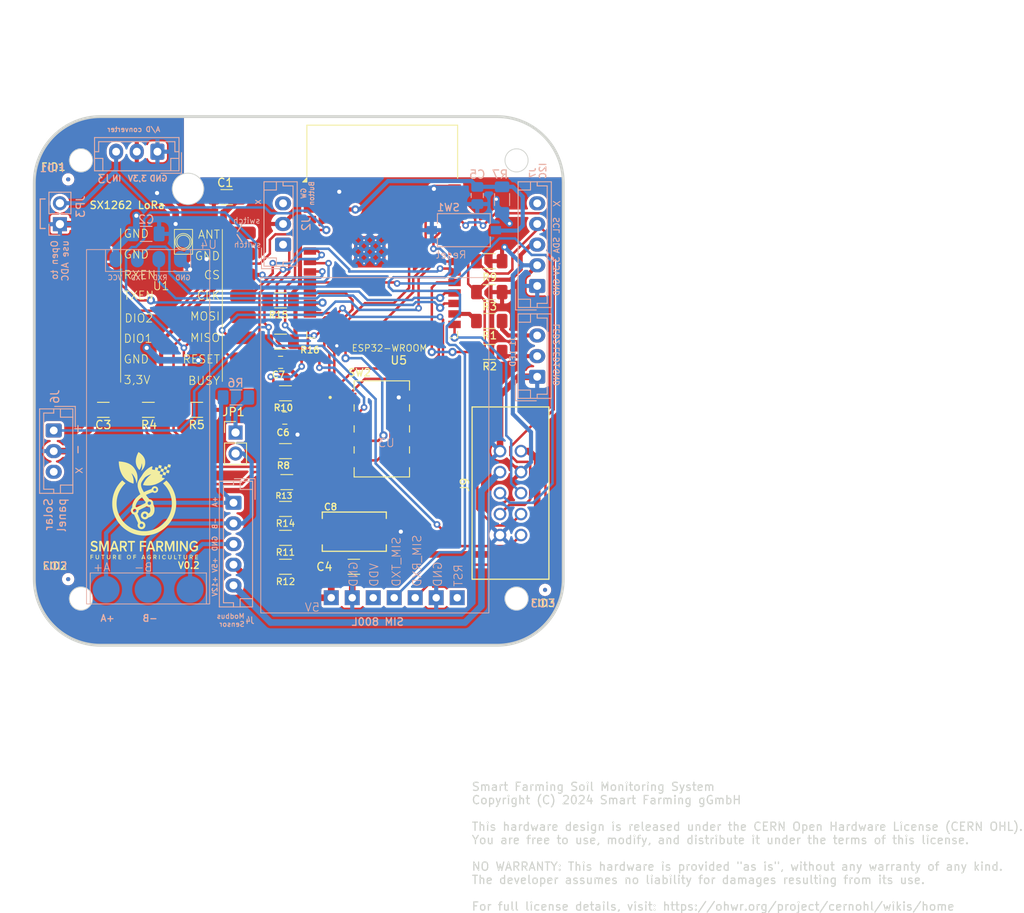
<source format=kicad_pcb>
(kicad_pcb (version 20240108) (generator "pcbnew") (generator_version "8.0")
  (layers (0 "F.Cu" signal) (31 "B.Cu" signal) (34 "B.Paste" user) (35 "F.Paste" user) (36 "B.SilkS" user "B.Silkscreen") (37 "F.SilkS" user "F.Silkscreen") (38 "B.Mask" user) (39 "F.Mask" user) (44 "Edge.Cuts" user))
  (net 0 "")
  (net 1 "+3.3V")
  (net 2 "GND")
  (net 3 "+5V")
  (net 4 "Net-(U5-EN)")
  (net 5 "+12V")
  (net 6 "Net-(JP1-A)")
  (net 7 "Net-(J1-Pin_3)")
  (net 8 "Net-(U5-IO14)")
  (net 9 "Net-(U5-IO5)")
  (net 10 "Net-(J1-Pin_2)")
  (net 11 "Net-(U5-IO12)")
  (net 13 "Net-(U5-IO13)")
  (net 14 "Net-(U5-SENSOR_VP)")
  (net 15 "Net-(U5-IO4)")
  (net 16 "Net-(U5-IO2)")
  (net 17 "Net-(U3-SIM_TXD)")
  (net 18 "Net-(U3-SIM_RXD)")
  (net 20 "Net-(U1-CS)")
  (net 24 "Net-(U1-RESET)")
  (net 27 "Net-(U5-IO34)")
  (net 28 "Net-(U1-RXEN)")
  (net 29 "Net-(U1-DIO1)")
  (net 30 "Net-(U1-CLK)")
  (net 31 "Net-(U1-MOSI)")
  (net 32 "Net-(U1-BUSY)")
  (net 35 "Net-(U1-MISO)")
  (net 36 "Net-(U1-TXEN)")
  (net 37 "Net-(U4-TxD)")
  (net 38 "Net-(U4-RxD)")
  (net 41 "Net-(J2-Pin_1)")
  (net 42 "Net-(U5-IO0)")
  (net 43 "Net-(U5-IO25)")
  (net 45 "Net-(J3-Pin_3)")
  (net 46 "Net-(J4-Pin_2)")
  (net 47 "Net-(J4-Pin_3)")
  (net 48 "Net-(J4-Pin_1)")
  (net 50 "Net-(J6-Pin_1)")
  (net 51 "Net-(J7-Pin_4)")
  (net 52 "Net-(J7-Pin_3)")
  (footprint "Fiducial:Fiducial_0.5mm_Mask1.5mm" (layer "F.Cu") (at 130 140)
    (property "Reference" "FID2")
    (property "Value" "Fiducial")
  )
  (footprint "Resistor_SMD:R_1206_3216Metric_Pad1.30x1.75mm_HandSolder" (layer "F.Cu") (at 156.2875 135)
    (property "Reference" "R11")
    (property "Value" "82k")
  )
  (footprint "Resistor_SMD:R_1206_3216Metric_Pad1.30x1.75mm_HandSolder" (layer "F.Cu") (at 156.2875 124.5)
    (property "Reference" "R8")
    (property "Value" "100k")
  )
  (footprint "Resistor_SMD:R_1206_3216Metric_Pad1.30x1.75mm_HandSolder" (layer "F.Cu") (at 139.7 119.5)
    (property "Reference" "R4")
    (property "Value" "47k")
  )
  (footprint "SmartFarming:Switch-SW_219-4MST" (layer "F.Cu") (at 167.95 121.81)
    (property "Reference" "SW2")
    (property "Value" "SW-219-4MST")
  )
  (footprint "Resistor_SMD:R_1206_3216Metric_Pad1.30x1.75mm_HandSolder" (layer "F.Cu") (at 155.7 106.25)
    (property "Reference" "R15")
    (property "Value" "20k 1%")
  )
  (footprint "Connector_PinHeader_2.54mm:PinHeader_1x02_P2.54mm_Vertical" (layer "F.Cu") (at 150.25 122.25)
    (property "Reference" "JP1")
    (property "Value" "Jumper_2_Bridged")
  )
  (footprint "Resistor_SMD:R_1206_3216Metric_Pad1.30x1.75mm_HandSolder" (layer "F.Cu") (at 180.95 105.25 180)
    (property "Reference" "R3")
    (property "Value" "10k")
  )
  (footprint "Resistor_SMD:R_1206_3216Metric_Pad1.30x1.75mm_HandSolder" (layer "F.Cu") (at 180.95 101.5 180)
    (property "Reference" "R9")
    (property "Value" "10k")
  )
  (footprint "Resistor_SMD:R_1206_3216Metric_Pad1.30x1.75mm_HandSolder" (layer "F.Cu") (at 156.2875 138.5)
    (property "Reference" "R12")
    (property "Value" "82k")
  )
  (footprint "Capacitor_SMD:C_0805_2012Metric_Pad1.18x1.45mm_HandSolder" (layer "F.Cu") (at 155.7 113.75 180)
    (property "Reference" "C7")
    (property "Value" "0.1uF")
  )
  (footprint "SmartFarming:CONN10_302-S101_OST" (layer "F.Cu") (at 184.79 134.66 90)
    (property "Reference" "J9")
    (property "Value" "302-S101")
  )
  (footprint "Resistor_SMD:R_1206_3216Metric_Pad1.30x1.75mm_HandSolder" (layer "F.Cu") (at 180.95 108.75)
    (property "Reference" "R1")
    (property "Value" "150")
  )
  (footprint "Capacitor_SMD:C_1206_3216Metric_Pad1.33x1.80mm_HandSolder" (layer "F.Cu") (at 164.5625 138.5)
    (property "Reference" "C4")
    (property "Value" "100uF")
  )
  (footprint "Resistor_SMD:R_1206_3216Metric_Pad1.30x1.75mm_HandSolder" (layer "F.Cu") (at 156.45 128.25)
    (property "Reference" "R13")
    (property "Value" "82k")
  )
  (footprint "Resistor_SMD:R_1206_3216Metric_Pad1.30x1.75mm_HandSolder" (layer "F.Cu") (at 145.55 119.5 180)
    (property "Reference" "R5")
    (property "Value" "47k")
  )
  (footprint "Resistor_SMD:R_1206_3216Metric_Pad1.30x1.75mm_HandSolder" (layer "F.Cu") (at 180.95 112.5)
    (property "Reference" "R2")
    (property "Value" "150")
  )
  (footprint "SmartFarming:SX1262_LoRa_NODE" (layer "F.Cu") (at 142.45 106.86 90)
    (property "Reference" "U1")
    (property "Value" "CORE1262-868M")
  )
  (footprint "Resistor_SMD:R_1206_3216Metric_Pad1.30x1.75mm_HandSolder" (layer "F.Cu") (at 155.7 111.25 180)
    (property "Reference" "R16")
    (property "Value" "30k 1%")
  )
  (footprint "SmartFarming:TAJD_AVX" (layer "F.Cu") (at 164.6171 134.25)
    (property "Reference" "C8")
    (property "Value" "470uF")
  )
  (footprint "SmartFarming:Logo_Smart_Farming" (layer "F.Cu") (at 139.2 131.1)
    (property "Reference" "G***" (hide yes))
    (property "Value" "LOGO" (hide yes))
  )
  (footprint "Resistor_SMD:R_1206_3216Metric" (layer "F.Cu") (at 156.2875 117.5)
    (property "Reference" "R10")
    (property "Value" "47k")
  )
  (footprint "Fiducial:Fiducial_0.5mm_Mask1.5mm" (layer "F.Cu") (at 130 91.6)
    (property "Reference" "FID1")
    (property "Value" "Fiducial")
  )
  (footprint "Capacitor_SMD:C_0805_2012Metric_Pad1.18x1.45mm_HandSolder" (layer "F.Cu") (at 156.2125 120.5)
    (property "Reference" "C6")
    (property "Value" "0.1uF")
  )
  (footprint "Resistor_SMD:R_1206_3216Metric_Pad1.30x1.75mm_HandSolder" (layer "F.Cu") (at 156.2875 131.5)
    (property "Reference" "R14")
    (property "Value" "82k")
  )
  (footprint "RF_Module:ESP32-WROOM-32D" (layer "F.Cu") (at 168 100.9)
    (property "Reference" "U5")
    (property "Value" "ESP32-WROOM-32E")
  )
  (footprint "Fiducial:Fiducial_0.5mm_Mask1.5mm" (layer "F.Cu") (at 187.7 141.3)
    (property "Reference" "FID3")
    (property "Value" "Fiducial")
  )
  (footprint "Capacitor_SMD:C_1206_3216Metric_Pad1.33x1.80mm_HandSolder" (layer "F.Cu") (at 149.1875 93.75)
    (property "Reference" "C1")
    (property "Value" "10uF X7R Ceramic")
  )
  (footprint "Capacitor_SMD:C_1206_3216Metric_Pad1.33x1.80mm_HandSolder" (layer "F.Cu") (at 134.25 119.5 180)
    (property "Reference" "C3")
    (property "Value" "10uF X7R Ceramic")
  )
  (footprint "Connector_JST:JST_EH_B5B-EH-A_1x05_P2.50mm_Vertical" (layer "B.Cu") (at 150 130.75 -90)
    (property "Reference" "J4")
    (property "Value" "Modbus (Sensor)")
  )
  (footprint "SmartFarming:RS485_To_TTL" (layer "B.Cu") (at 147.37 100.15 180)
    (property "Reference" "U4")
    (property "Value" "TTL to RS485")
  )
  (footprint "Button_Switch_SMD:SW_Tactile_SPST_NO_Straight_CK_PTS636Sx25SMTRLFS" (layer "B.Cu") (at 177.875 97.75 180)
    (property "Reference" "SW1")
    (property "Value" "Reset")
  )
  (footprint "Connector_JST:JST_EH_B3B-EH-A_1x03_P2.50mm_Vertical" (layer "B.Cu") (at 128.25 122 -90)
    (property "Reference" "J6")
    (property "Value" "Solar module" (hide yes))
  )
  (footprint "Fiducial:Fiducial_0.5mm_Mask1.5mm" (layer "B.Cu") (at 130 91.6 180)
    (property "Reference" "FID1")
    (property "Value" "Fiducial")
  )
  (footprint "Resistor_SMD:R_1206_3216Metric_Pad1.30x1.75mm_HandSolder" (layer "B.Cu") (at 150.3 118 180)
    (property "Reference" "R6")
    (property "Value" "120")
  )
  (footprint "Fiducial:Fiducial_0.5mm_Mask1.5mm" (layer "B.Cu") (at 130 140 180)
    (property "Reference" "FID2")
    (property "Value" "Fiducial")
  )
  (footprint "Capacitor_SMD:C_1206_3216Metric_Pad1.33x1.80mm_HandSolder" (layer "B.Cu") (at 139.4375 98.2)
    (property "Reference" "C2")
    (property "Value" "10uF X7R Ceramic")
  )
  (footprint "Resistor_SMD:R_1206_3216Metric_Pad1.30x1.75mm_HandSolder" (layer "B.Cu") (at 182.5 94.05 90)
    (property "Reference" "R7")
    (property "Value" "47k")
  )
  (footprint "Connector_PinHeader_2.54mm:PinHeader_1x02_P2.54mm_Vertical" (layer "B.Cu") (at 129 97.025)
    (property "Reference" "JP3")
    (property "Value" "ADC1_CH3")
  )
  (footprint "Connector_JST:JST_EH_B3B-EH-A_1x03_P2.50mm_Vertical" (layer "B.Cu") (at 156 99.5 90)
    (property "Reference" "J2")
    (property "Value" "Gateway button")
  )
  (footprint "Capacitor_SMD:C_0805_2012Metric_Pad1.18x1.45mm_HandSolder" (layer "B.Cu") (at 179.5 93.55 -90)
    (property "Reference" "C5")
    (property "Value" "1uF")
  )
  (footprint "Connector_JST:JST_EH_B3B-EH-A_1x03_P2.50mm_Vertical" (layer "B.Cu") (at 140.8 88.25 180)
    (property "Reference" "J3")
    (property "Value" "A/D converter")
  )
  (footprint "Fiducial:Fiducial_0.5mm_Mask1.5mm" (layer "B.Cu") (at 187.7 141.3 180)
    (property "Reference" "FID3")
    (property "Value" "Fiducial")
  )
  (footprint "SmartFarming:SIM800L_EVB-MODULE" (layer "B.Cu") (at 166.7 126.79)
    (property "Reference" "U3")
    (property "Value" "SIM800L")
  )
  (footprint "Connector_JST:JST_EH_B3B-EH-A_1x03_P2.50mm_Vertical" (layer "B.Cu") (at 186.75 115.5 90)
    (property "Reference" "J1")
    (property "Value" "LED")
  )
  (footprint "Connector_JST:JST_EH_B5B-EH-A_1x05_P2.50mm_Vertical" (layer "B.Cu") (at 186.75 104.5 90)
    (property "Reference" "J7")
    (property "Value" "I2C")
  )
  (gr_circle (center 131.55 142.35) (end 132.95 142.35) (stroke (width 0.1)) (fill none) (layer "Edge.Cuts"))
  (gr_circle (center 131.55 89.3) (end 132.95 89.3) (stroke (width 0.1)) (fill none) (layer "Edge.Cuts"))
  (gr_circle (center 144.5 92.75) (end 146.4 92.75) (stroke (width 0.1)) (fill none) (layer "Edge.Cuts"))
  (gr_circle (center 184.25 89.3) (end 185.65 89.3) (stroke (width 0.1)) (fill none) (layer "Edge.Cuts"))
  (gr_circle (center 184.25 142.35) (end 185.65 142.35) (stroke (width 0.1)) (fill none) (layer "Edge.Cuts"))
  (gr_poly (pts (xy 182.296698 84.009832) (xy 182.690703 84.039147) (xy 183.081359 84.087673) (xy 183.468012 84.155138) (xy 183.850005 84.241272) (xy 184.226683 84.345801) (xy 184.597389 84.468456) (xy 184.961468 84.608964) (xy 185.318265 84.767053) (xy 185.667124 84.942452) (xy 186.007389 85.134889) (xy 186.338404 85.344094) (xy 186.659514 85.569793) (xy 186.970062 85.811716) (xy 187.269394 86.069591) (xy 187.556853 86.343146) (xy 187.830409 86.630605) (xy 188.088284 86.929937) (xy 188.330207 87.240486) (xy 188.555906 87.561596) (xy 188.765111 87.892612) (xy 188.957548 88.232877) (xy 189.132948 88.581736) (xy 189.291037 88.938533) (xy 189.431545 89.302612) (xy 189.554199 89.673319) (xy 189.658729 90.049996) (xy 189.744862 90.431989) (xy 189.812328 90.818642) (xy 189.860854 91.209299) (xy 189.890168 91.603303) (xy 189.9 92) (xy 189.9 140) (xy 189.890168 140.396698) (xy 189.860854 140.790703) (xy 189.812328 141.181359) (xy 189.744862 141.568012) (xy 189.658729 141.950005) (xy 189.554199 142.326683) (xy 189.431545 142.697389) (xy 189.291037 143.061468) (xy 189.132948 143.418265) (xy 188.957548 143.767124) (xy 188.765111 144.107389) (xy 188.555906 144.438404) (xy 188.330207 144.759514) (xy 188.088284 145.070062) (xy 187.830409 145.369394) (xy 187.556853 145.656853) (xy 187.269394 145.930409) (xy 186.970062 146.188284) (xy 186.659514 146.430207) (xy 186.338404 146.655906) (xy 186.007389 146.865111) (xy 185.667124 147.057548) (xy 185.318265 147.232948) (xy 184.961468 147.391037) (xy 184.597389 147.531545) (xy 184.226683 147.654199) (xy 183.850005 147.758729) (xy 183.468012 147.844862) (xy 183.081359 147.912328) (xy 182.690703 147.960854) (xy 182.296698 147.990168) (xy 181.9 148) (xy 133.9 148) (xy 133.503303 147.990168) (xy 133.109299 147.960854) (xy 132.718642 147.912328) (xy 132.33199 147.844862) (xy 131.949997 147.758729) (xy 131.573319 147.654199) (xy 131.202613 147.531545) (xy 130.838534 147.391037) (xy 130.481737 147.232948) (xy 130.132878 147.057548) (xy 129.792613 146.865111) (xy 129.461598 146.655906) (xy 129.140488 146.430207) (xy 128.829939 146.188284) (xy 128.530607 145.930409) (xy 128.243148 145.656853) (xy 127.969593 145.369394) (xy 127.711718 145.070062) (xy 127.469795 144.759514) (xy 127.244095 144.438404) (xy 127.034891 144.107389) (xy 126.842453 143.767124) (xy 126.667054 143.418265) (xy 126.508965 143.061468) (xy 126.368457 142.697389) (xy 126.245802 142.326683) (xy 126.141272 141.950005) (xy 126.055139 141.568012) (xy 125.987673 141.181359) (xy 125.939147 140.790703) (xy 125.909832 140.396698) (xy 125.9 140) (xy 125.9 92) (xy 125.909832 91.603303) (xy 125.939147 91.209299) (xy 125.987673 90.818642) (xy 126.055138 90.431989) (xy 126.141272 90.049996) (xy 126.245801 89.673319) (xy 126.368456 89.302612) (xy 126.508964 88.938533) (xy 126.667053 88.581736) (xy 126.842452 88.232877) (xy 127.034889 87.892612) (xy 127.244094 87.561596) (xy 127.469793 87.240486) (xy 127.711716 86.929937) (xy 127.969591 86.630605) (xy 128.243146 86.343146) (xy 128.530605 86.069591) (xy 128.829937 85.811716) (xy 129.140486 85.569793) (xy 129.461596 85.344094) (xy 129.792612 85.134889) (xy 130.132877 84.942452) (xy 130.481736 84.767053) (xy 130.838533 84.608964) (xy 131.202612 84.468456) (xy 131.573319 84.345801) (xy 131.949996 84.241272) (xy 132.331989 84.155138) (xy 132.718642 84.087673) (xy 133.109299 84.039147) (xy 133.503303 84.009832) (xy 133.9 84) (xy 181.9 84)) (stroke (width 0.35)) (fill none) (layer "Edge.Cuts"))
  (gr_text "LED1" (at 189.5 111.8 90) (layer "B.SilkS") (effects (font (size 0.7 0.7) (thickness 0.12) (bold yes)) (justify left bottom mirror)))
  (gr_text "+A" (at 148.1 129.9 90) (layer "B.SilkS") (effects (font (size 0.6 0.6) (thickness 0.12) (bold yes)) (justify left bottom mirror)))
  (gr_text "GND" (at 148.1 134.7 90) (layer "B.SilkS") (effects (font (size 0.6 0.6) (thickness 0.12) (bold yes)) (justify left bottom mirror)))
  (gr_text "SCL" (at 189.5 96.1 90) (layer "B.SilkS") (effects (font (size 0.7 0.7) (thickness 0.12) (bold yes)) (justify left bottom mirror)))
  (gr_text "-B" (at 148.1 132.5 90) (layer "B.SilkS") (effects (font (size 0.6 0.6) (thickness 0.12) (bold yes)) (justify left bottom mirror)))
  (gr_text "+5V" (at 148.1 137.3 90) (layer "B.SilkS") (effects (font (size 0.6 0.6) (thickness 0.12) (bold yes)) (justify left bottom mirror)))
  (gr_text "I2C" (at 187.9 89.5 90) (layer "B.SilkS") (effects (font (size 0.8 0.8)) (justify left bottom mirror)))
  (gr_text "-" (at 131.7 123.6 90) (layer "B.SilkS") (effects (font (size 1 1)) (justify left bottom mirror)))
  (gr_text "Reset" (at 178.25 101.25 0) (layer "B.SilkS") (effects (font (size 0.9 0.9) (thickness 0.1)) (justify left bottom mirror)))
  (gr_text "GND" (at 189.5 103.5 90) (layer "B.SilkS") (effects (font (size 0.7 0.7) (thickness 0.12) (bold yes)) (justify left bottom mirror)))
  (gr_text "LED" (at 184.2 112.3 90) (layer "B.SilkS") (effects (font (size 0.7 0.7) (thickness 0.12) (bold yes)) (justify left bottom mirror)))
  (gr_text "Modbus\nSensor" (at 151.4 145.8 0) (layer "B.SilkS") (effects (font (size 0.6 0.6) (thickness 0.11) (bold yes)) (justify left bottom mirror)))
  (gr_text "Solar\npanel" (at 129.8 130.1 90) (layer "B.SilkS") (effects (font (size 1 1)) (justify left bottom mirror)))
  (gr_text "SIM 800L" (at 170.7 145.7 0) (layer "B.SilkS") (effects (font (size 0.9 0.9)) (justify left bottom mirror)))
  (gr_text "-B" (at 140.9 145.2 0) (layer "B.SilkS") (effects (font (size 0.8 0.8)) (justify left bottom mirror)))
  (gr_text "\\" (at 151.1 97.9 0) (layer "B.SilkS") (effects (font (size 0.7 0.7)) (justify left bottom mirror)))
  (gr_text "+A" (at 135.7 145.2 0) (layer "B.SilkS") (effects (font (size 0.8 0.8)) (justify left bottom mirror)))
  (gr_text "A/D converter" (at 141.2 85.9 0) (layer "B.SilkS") (effects (font (size 0.6 0.6) (thickness 0.12) (bold yes)) (justify left bottom mirror)))
  (gr_text "3,3V" (at 139.6 91.9 0) (layer "B.SilkS") (effects (font (size 0.7 0.7)) (justify left bottom mirror)))
  (gr_text "switch" (at 153.39 99.91 0) (layer "B.SilkS") (effects (font (size 0.7 0.7) (thickness 0.1) (bold yes)) (justify left bottom mirror)))
  (gr_text "X" (at 188.6 95 270) (layer "B.SilkS") (effects (font (size 0.8 0.8) (thickness 0.12) (bold yes)) (justify left bottom mirror)))
  (gr_text "GW\nButton" (at 159.8 93.3 90) (layer "B.SilkS") (effects (font (size 0.6 0.6) (thickness 0.12) (bold yes)) (justify bottom mirror)))
  (gr_text "+" (at 131.9 122.3 0) (layer "B.SilkS") (effects (font (size 1 1)) (justify left bottom mirror)))
  (gr_text "GND" (at 189.5 114.399999 90) (layer "B.SilkS") (effects (font (size 0.7 0.7) (thickness 0.12) (bold yes)) (justify left bottom mirror)))
  (gr_text "/" (at 151.2 99.1 0) (layer "B.SilkS") (effects (font (size 0.7 0.7)) (justify left bottom mirror)))
  (gr_text "+12V" (at 148.1 139.6 90) (layer "B.SilkS") (effects (font (size 0.6 0.6) (thickness 0.12) (bold yes)) (justify left bottom mirror)))
  (gr_text "LED2" (at 189.5 109 90) (layer "B.SilkS") (effects (font (size 0.7 0.7) (thickness 0.12) (bold yes)) (justify left bottom mirror)))
  (gr_text "Open to \nuse ADC" (at 130.1 98.9 90) (layer "B.SilkS") (effects (font (size 0.8 0.8) (thickness 0.13)) (justify left bottom mirror)))
  (gr_text "IN" (at 136.5 91.9 0) (layer "B.SilkS") (effects (font (size 0.7 0.7)) (justify left bottom mirror)))
  (gr_text "switch" (at 153.3 97 0) (layer "B.SilkS") (effects (font (size 0.7 0.7) (thickness 0.1) (bold yes)) (justify left bottom mirror)))
  (gr_text "]" (at 127.67 97.025 0) (layer "B.SilkS") (effects (font (size 2.5 2.5)) (justify left bottom mirror)))
  (gr_text "GND" (at 142.1 91.9 0) (layer "B.SilkS") (effects (font (size 0.7 0.7)) (justify left bottom mirror)))
  (gr_text "X" (at 130.8 127.3 270) (layer "B.SilkS") (effects (font (size 0.8 0.8) (thickness 0.12) (bold yes)) (justify left bottom mirror)))
  (gr_text "SDA" (at 189.5 98.5 90) (layer "B.SilkS") (effects (font (size 0.7 0.7) (thickness 0.12) (bold yes)) (justify left bottom mirror)))
  (gr_text "3,3V" (at 189.5 100.9 90) (layer "B.SilkS") (effects (font (size 0.7 0.7) (thickness 0.12) (bold yes)) (justify left bottom mirror)))
  (gr_text "X" (at 152.6 94.7 -90) (layer "B.SilkS") (effects (font (size 0.6 0.6) (thickness 0.12) (bold yes)) (justify left bottom mirror)))
  (gr_text "V0.2" (at 143.2 138.8 0) (layer "F.SilkS") (effects (font (size 0.8 0.8)) (justify left bottom)))
  (gr_text "SX1262 LoRa" (at 132.5 95.25 -0) (layer "F.SilkS") (effects (font (size 0.9 0.9)) (justify left bottom)))
  (gr_text "ESP32-WROOM" (at 164.25 112.5 0) (layer "F.SilkS") (effects (font (size 0.8 0.8) (thickness 0.1)) (justify left bottom)))
  (gr_text "Smart Farming Soil Monitoring System\nCopyright (C) 2024 Smart Farming gGmbH\n\nThis hardware design is released under the CERN Open Hardware License (CERN OHL).\nYou are free to use, modify, and distribute it under the terms of this license.\n\nNO WARRANTY: This hardware is provided {dblquote}as is{dblquote}, without any warranty of any kind.\nThe developer assumes no liability for damages resulting from its use.\n\nFor full license details, visit: https://ohwr.org/project/cernohl/wikis/home\n" (at 178.75 180.2 0) (layer "Edge.Cuts") (effects (font (size 1 1)) (justify left bottom)))
  (segment (start 186.75 102) (end 183.5 105.25) (width 0.5) (layer "F.Cu") (net 1))
  (segment (start 158.08 93.92) (end 157.75 94.25) (width 0.5) (layer "F.Cu") (net 1))
  (segment (start 158.62 93.92) (end 159.25 93.92) (width 0.3) (layer "F.Cu") (net 1))
  (segment (start 159.25 93.92) (end 158.08 93.92) (width 0.5) (layer "F.Cu") (net 1))
  (segment (start 157.75 94.25) (end 157.75 95.25) (width 0.5) (layer "F.Cu") (net 1))
  (segment (start 183.5 105.25) (end 182.5 105.25) (width 0.5) (layer "F.Cu") (net 1))
  (segment (start 157.75 95.25) (end 156 97) (width 0.5) (layer "F.Cu") (net 1))
  (via (at 138.25 96) (size 1) (drill 0.5) (layers "F.Cu" "B.Cu") (net 1))
  (via (at 145.75 113.5) (size 1) (drill 0.5) (layers "F.Cu" "B.Cu") (net 1))
  (via (at 183.4 96.95) (size 0.8) (drill 0.4) (layers "F.Cu" "B.Cu") (net 1))
  (via (at 139.5 112) (size 1) (drill 0.5) (layers "F.Cu" "B.Cu") (net 1))
  (via (at 181.8 94) (size 0.8) (drill 0.4) (layers "F.Cu" "B.Cu") (net 1))
  (via (at 182.8 99.8) (size 0.8) (drill 0.4) (layers "F.Cu" "B.Cu") (net 1))
  (segment (start 137.75 98) (end 137.875 98) (width 0.8) (layer "B.Cu") (net 1))
  (segment (start 181.8 94) (end 181.8 94.9) (width 0.8) (layer "B.Cu") (net 1))
  (segment (start 141 113.5) (end 145.75 113.5) (width 0.8) (layer "B.Cu") (net 1))
  (segment (start 183.8 120) (end 183.8 103.2) (width 0.5) (layer "B.Cu") (net 1))
  (segment (start 181.8 94.9) (end 182.5 95.6) (width 0.8) (layer "B.Cu") (net 1))
  (segment (start 139.5 112) (end 141 113.5) (width 0.8) (layer "B.Cu") (net 1))
  (segment (start 186.002 125.828) (end 186.002 123.997973) (width 0.5) (layer "B.Cu") (net 1))
  (segment (start 186 122.2) (end 183.8 120) (width 0.5) (layer "B.Cu") (net 1))
  (segment (start 135.77 99.98) (end 137.75 98) (width 0.8) (layer "B.Cu") (net 1))
  (segment (start 138.25 97.625) (end 138.25 96) (width 0.8) (layer "B.Cu") (net 1))
  (segment (start 182.5 96.05) (end 182.5 95.6) (width 0.8) (layer "B.Cu") (net 1))
  (segment (start 137.875 98) (end 138.25 97.625) (width 0.8) (layer "B.Cu") (net 1))
  (segment (start 183.4 96.95) (end 182.5 96.05) (width 0.8) (layer "B.Cu") (net 1))
  (segment (start 135.77 101.25) (end 135.77 99.98) (width 0.8) (layer "B.Cu") (net 1))
  (segment (start 184.79 127.04) (end 186.002 125.828) (width 0.5) (layer "B.Cu") (net 1))
  (segment (start 182.8 99.8) (end 185 102) (width 0.5) (layer "B.Cu") (net 1))
  (segment (start 185 102) (end 186.75 102) (width 0.5) (layer "B.Cu") (net 1))
  (segment (start 186 123.995973) (end 186 122.2) (width 0.5) (layer "B.Cu") (net 1))
  (segment (start 183.8 103.2) (end 185 102) (width 0.5) (layer "B.Cu") (net 1))
  (segment (start 156.5 118.75) (end 157.25 119.5) (width 0.8) (layer "F.Cu") (net 2))
  (segment (start 148.9 95.6) (end 148.8 95.6) (width 0.8) (layer "F.Cu") (net 2))
  (segment (start 154.15 111.25) (end 154.15 113.2375) (width 0.8) (layer "F.Cu") (net 2))
  (segment (start 131.63 113.37) (end 130.5 114.5) (width 0.8) (layer "F.Cu") (net 2))
  (segment (start 172.25 125.62) (end 172.25 118) (width 0.8) (layer "F.Cu") (net 2))
  (segment (start 140.75 93.25) (end 143 95.5) (width 0.8) (layer "F.Cu") (net 2))
  (segment (start 166.125 138.5) (end 164.37 140.255) (width 0.8) (layer "F.Cu") (net 2))
  (segment (start 176.75 92.65) (end 174.35 92.65) (width 0.8) (layer "F.Cu") (net 2))
  (segment (start 157.25 120.5) (end 157.25 120.925) (width 0.8) (layer "F.Cu") (net 2))
  (segment (start 184.5 115.5) (end 182.25 117.75) (width 0.8) (layer "F.Cu") (net 2))
  (segment (start 167.5 134.25) (end 170.25 134.25) (width 0.8) (layer "F.Cu") (net 2))
  (segment (start 133.75 98.13) (end 133.75 100.67) (width 0.8) (layer "F.Cu") (net 2))
  (segment (start 150.75 93.75) (end 148.9 95.6) (width 0.8) (layer "F.Cu") (net 2))
  (segment (start 129 97.025) (end 132.645 97.025) (width 0.8) (layer "F.Cu") (net 2))
  (segment (start 130 124.5) (end 128.25 124.5) (width 0.8) (layer "F.Cu") (net 2))
  (segment (start 172.25 118) (end 170 118) (width 0.8) (layer "F.Cu") (net 2))
  (segment (start 146.75 101.25) (end 146 101.25) (width 0.8) (layer "F.Cu") (net 2))
  (segment (start 148.82 100.62) (end 151.15 100.62) (width 0.8) (layer "F.Cu") (net 2))
  (segment (start 154.6625 113.75) (end 156.5 115.5875) (width 0.8) (layer "F.Cu") (net 2))
  (segment (start 148.8 99) (end 150.42 100.62) (width 0.8) (layer "F.Cu") (net 2))
  (segment (start 150.42 100.62) (end 151.15 100.62) (width 0.8) (layer "F.Cu") (net 2))
  (segment (start 157.75 124.4125) (end 157.8375 124.5) (width 0.8) (layer "F.Cu") (net 2))
  (segment (start 132.6875 119.5) (end 132.6875 121.8125) (width 0.8) (layer "F.Cu") (net 2))
  (segment (start 157.75 121.425) (end 157.75 122.5) (width 0.8) (layer "F.Cu") (net 2))
  (segment (start 174.35 92.65) (end 174.25 92.75) (width 0.8) (layer "F.Cu") (net 2))
  (segment (start 154.15 113.2375) (end 154.6625 113.75) (width 0.8) (layer "F.Cu") (net 2))
  (segment (start 132.645 97.025) (end 133.75 98.13) (width 0.8) (layer "F.Cu") (net 2))
  (segment (start 143 97) (end 143 95.5) (width 0.8) (layer "F.Cu") (net 2))
  (segment (start 130.5 117.3125) (end 132.6875 119.5) (width 0.8) (layer "F.Cu") (net 2))
  (segment (start 130.5 114.5) (end 130.5 117.3125) (width 0.8) (layer "F.Cu") (net 2))
  (segment (start 164.37 140.255) (end 164.37 142.25) (width 0.8) (layer "F.Cu") (net 2))
  (segment (start 186.75 115.5) (end 184.5 115.5) (width 0.8) (layer "F.Cu") (net 2))
  (segment (start 157.25 120.925) (end 157.75 121.425) (width 0.8) (layer "F.Cu") (net 2))
  (segment (start 146 101.25) (end 144.75 102.5) (width 0.8) (layer "F.Cu") (net 2))
  (segment (start 133.75 113.37) (end 131.63 113.37) (width 0.8) (layer "F.Cu") (net 2))
  (segment (start 157.25 119.5) (end 157.25 120.5) (width 0.8) (layer "F.Cu") (net 2))
  (segment (start 157.75 122.5) (end 157.75 124.4125) (width 0.8) (layer "F.Cu") (net 2))
  (segment (start 148.19 101.25) (end 148.82 100.62) (width 0.8) (layer "F.Cu") (net 2))
  (segment (start 148.8 95.6) (end 148.8 99) (width 0.8) (layer "F.Cu") (net 2))
  (segment (start 159.25 92.65) (end 159.2 92.6) (width 0.8) (layer "F.Cu") (net 2))
  (segment (start 162.8 93.1) (end 162.35 92.65) (width 0.8) (layer "F.Cu") (net 2))
  (segment (start 162.35 92.65) (end 159.25 92.65) (width 0.8) (layer "F.Cu") (net 2))
  (segment (start 132.6875 121.8125) (end 130 124.5) (width 0.8) (layer "F.Cu") (net 2))
  (segment (start 162.29 111.54) (end 162.5 111.75) (width 0.5) (layer "F.Cu") (net 2))
  (segment (start 159.2 92.6) (end 151.9 92.6) (width 0.8) (layer "F.Cu") (net 2))
  (segment (start 146.75 101.25) (end 148.19 101.25) (width 0.8) (layer "F.Cu") (net 2))
  (segment (start 151.9 92.6) (end 150.75 93.75) (width 0.8) (layer "F.Cu") (net 2))
  (segment (start 182.25 117.75) (end 182.25 124.5) (width 0.8) (layer "F.Cu") (net 2))
  (segment (start 156.5 115.5875) (end 156.5 118.75) (width 0.8) (layer "F.Cu") (net 2))
  (segment (start 162.29 110.41) (end 162.29 111.54) (width 0.5) (layer "F.Cu") (net 2))
  (via (at 144.75 102.5) (size 1) (drill 0.5) (layers "F.Cu" "B.Cu") (net 2))
  (via (at 143 97) (size 1) (drill 0.5) (layers "F.Cu" "B.Cu") (net 2))
  (via (at 146.75 101.25) (size 1) (drill 0.5) (layers "F.Cu" "B.Cu") (net 2))
  (via (at 162.8 93.1) (size 1) (drill 0.5) (layers "F.Cu" "B.Cu") (net 2))
  (via (at 170 118) (size 1) (drill 0.5) (layers "F.Cu" "B.Cu") (net 2))
  (via (at 170.25 134.25) (size 1) (drill 0.5) (layers "F.Cu" "B.Cu") (net 2))
  (via (at 140.75 93.25) (size 1) (drill 0.5) (layers "F.Cu" "B.Cu") (net 2))
  (via (at 162.5 111.75) (size 0.8) (drill 0.4) (layers "F.Cu" "B.Cu") (net 2))
  (via (at 157.75 122.5) (size 1) (drill 0.5) (layers "F.Cu" "B.Cu") (net 2))
  (via (at 174.25 92.75) (size 1) (drill 0.5) (layers "F.Cu" "B.Cu") (net 2))
  (segment (start 143.57 101.32) (end 144.75 102.5) (width 0.8) (layer "B.Cu") (net 2))
  (segment (start 143.57 101.82) (end 143.57 101.32) (width 0.8) (layer "B.Cu") (net 2))
  (segment (start 161.7342 134.25) (end 161.701914 134.25) (width 0.8) (layer "F.Cu") (net 3))
  (segment (start 154 142.25) (end 161.83 142.25) (width 0.8) (layer "F.Cu") (net 3))
  (segment (start 186.75 135.85) (end 186.75 125.5) (width 0.8) (layer "F.Cu") (net 3))
  (segment (start 185.75 124.5) (end 184.79 124.5) (width 0.8) (layer "F.Cu") (net 3))
  (segment (start 161.83 138.83) (end 161.83 142.25) (width 0.8) (layer "F.Cu") (net 3))
  (segment (start 160.5214 136.612786) (end 160.908614 137) (width 0.8) (layer "F.Cu") (net 3))
  (segment (start 150 138.25) (end 154 142.25) (width 0.8) (layer "F.Cu") (net 3))
  (segment (start 161.701914 134.25) (end 160.5214 135.430514) (width 0.8) (layer "F.Cu") (net 3))
  (segment (start 160.5214 137.5214) (end 161.83 138.83) (width 0.8) (layer "F.Cu") (net 3))
  (segment (start 160.5214 135.430514) (end 160.5214 137.5214) (width 0.8) (layer "F.Cu") (net 3))
  (segment (start 185.6 137) (end 186.75 135.85) (width 0.8) (layer "F.Cu") (net 3))
  (segment (start 160.5214 135.430514) (end 160.5214 136.612786) (width 0.8) (layer "F.Cu") (net 3))
  (segment (start 160.908614 137) (end 185.6 137) (width 0.8) (layer "F.Cu") (net 3))
  (segment (start 186.75 125.5) (end 185.75 124.5) (width 0.8) (layer "F.Cu") (net 3))
  (segment (start 161.83 142.25) (end 161.83 139.67) (width 0.8) (layer "F.Cu") (net 3))
  (segment (start 161.83 139.67) (end 163 138.5) (width 0.8) (layer "F.Cu") (net 3))
  (segment (start 159.31 95.25) (end 159.25 95.19) (width 0.5) (layer "F.Cu") (net 4))
  (segment (start 159.31 95.25) (end 164.75 95.25) (width 0.5) (layer "F.Cu") (net 4))
  (via (at 164.75 95.25) (size 1) (drill 0.5) (layers "F.Cu" "B.Cu") (net 4))
  (segment (start 182.5 92.5) (end 183.8 92.5) (width 0.5) (layer "B.Cu") (net 4))
  (segment (start 185 93.7) (end 185 97.2) (width 0.5) (layer "B.Cu") (net 4))
  (segment (start 179.5125 92.5) (end 179.5 92.5125) (width 0.5) (layer "B.Cu") (net 4))
  (segment (start 183.8 92.5) (end 185 93.7) (width 0.5) (layer "B.Cu") (net 4))
  (segment (start 182.5 92.5) (end 179.5125 92.5) (width 0.5) (layer "B.Cu") (net 4))
  (segment (start 164.75 95.25) (end 165.25 95.25) (width 0.5) (layer "B.Cu") (net 4))
  (segment (start 184.4 97.8) (end 181.8 97.8) (width 0.5) (layer "B.Cu") (net 4))
  (segment (start 168.7 91.8) (end 178.7875 91.8) (width 0.5) (layer "B.Cu") (net 4))
  (segment (start 181.8 97.8) (end 181.75 97.75) (width 0.5) (layer "B.Cu") (net 4))
  (segment (start 178.7875 91.8) (end 179.5 92.5125) (width 0.5) (layer "B.Cu") (net 4))
  (segment (start 165.25 95.25) (end 168.7 91.8) (width 0.5) (layer "B.Cu") (net 4))
  (segment (start 185 97.2) (end 184.4 97.8) (width 0.5) (layer "B.Cu") (net 4))
  (segment (start 182.25 127.04) (end 180 129.29) (width 0.8) (layer "B.Cu") (net 5))
  (segment (start 178 145.25) (end 154.5 145.25) (width 0.8) (layer "B.Cu") (net 5))
  (segment (start 154.5 145.25) (end 150 140.75) (width 0.8) (layer "B.Cu") (net 5))
  (segment (start 180 143.25) (end 178 145.25) (width 0.8) (layer "B.Cu") (net 5))
  (segment (start 180 129.29) (end 180 143.25) (width 0.8) (layer "B.Cu") (net 5))
  (segment (start 150.25 122.25) (end 150.25 119.6) (width 0.5) (layer "B.Cu") (net 6))
  (segment (start 150.25 119.6) (end 151.85 118) (width 0.5) (layer "B.Cu") (net 6))
  (segment (start 183.25 110.5) (end 182.5 109.75) (width 0.5) (layer "F.Cu") (net 7))
  (segment (start 186.75 110.5) (end 183.25 110.5) (width 0.5) (layer "F.Cu") (net 7))
  (segment (start 182.5 109.75) (end 182.5 108.75) (width 0.5) (layer "F.Cu") (net 7))
  (segment (start 157.8375 136.9125) (end 157.8375 138.5) (width 0.3) (layer "F.Cu") (net 8))
  (segment (start 169.75 116.25) (end 172.207106 116.25) (width 0.3) (layer "F.Cu") (net 8))
  (segment (start 159.34 107.8) (end 159.25 107.89) (width 0.3) (layer "F.Cu") (net 8))
  (segment (start 172.207106 116.25) (end 175.35 113.107106) (width 0.3) (layer "F.Cu") (net 8))
  (segment (start 159.25 133.85) (end 159.25 136.25) (width 0.3) (layer "F.Cu") (net 8))
  (segment (start 175.35 108.6) (end 175 108.25) (width 0.3) (layer "F.Cu") (net 8))
  (segment (start 163.65 125.62) (end 163.65 127.557106) (width 0.3) (layer "F.Cu") (net 8))
  (segment (start 163.2 107.2) (end 162.6 107.8) (width 0.3) (layer "F.Cu") (net 8))
  (segment (start 167.38 125.62) (end 169 124) (width 0.3) (layer "F.Cu") (net 8))
  (segment (start 169 117) (end 169.75 116.25) (width 0.3) (layer "F.Cu") (net 8))
  (segment (start 169 124) (end 169 117) (width 0.3) (layer "F.Cu") (net 8))
  (segment (start 159.75 131.457106) (end 159.75 133.35) (width 0.3) (layer "F.Cu") (net 8))
  (segment (start 162.6 107.8) (end 159.34 107.8) (width 0.3) (layer "F.Cu") (net 8))
  (segment (start 158.75 136.75) (end 158 136.75) (width 0.3) (layer "F.Cu") (net 8))
  (segment (start 158 136.75) (end 157.8375 136.9125) (width 0.3) (layer "F.Cu") (net 8))
  (segment (start 175.35 113.107106) (end 175.35 108.6) (width 0.3) (layer "F.Cu") (net 8))
  (segment (start 163.65 125.62) (end 167.38 125.62) (width 0.3) (layer "F.Cu") (net 8))
  (segment (start 159.75 133.35) (end 159.25 133.85) (width 0.3) (layer "F.Cu") (net 8))
  (segment (start 163.65 127.557106) (end 159.75 131.457106) (width 0.3) (layer "F.Cu") (net 8))
  (segment (start 159.25 136.25) (end 158.75 136.75) (width 0.3) (layer "F.Cu") (net 8))
  (via (at 163.2 107.2) (size 0.8) (drill 0.4) (layers "F.Cu" "B.Cu") (net 8))
  (via (at 175 108.25) (size 0.8) (drill 0.4) (layers "F.Cu" "B.Cu") (net 8))
  (segment (start 164.25 108.25) (end 175 108.25) (width 0.3) (layer "B.Cu") (net 8))
  (segment (start 163.2 107.2) (end 164.25 108.25) (width 0.3) (layer "B.Cu") (net 8))
  (segment (start 163.65 118) (end 162.75 118) (width 0.3) (layer "F.Cu") (net 9))
  (segment (start 162.75 118) (end 160.5 120.25) (width 0.3) (layer "F.Cu") (net 9))
  (segment (start 160.5 126) (end 158.5 128) (width 0.3) (layer "F.Cu") (net 9))
  (segment (start 160.5 120.25) (end 160.5 126) (width 0.3) (layer "F.Cu") (net 9))
  (segment (start 163.65 118) (end 165.9 115.75) (width 0.3) (layer "F.Cu") (net 9))
  (segment (start 174.85 109.64) (end 174 108.79) (width 0.3) (layer "F.Cu") (net 9))
  (segment (start 174 108.79) (end 174 104.7) (width 0.3) (layer "F.Cu") (net 9))
  (segment (start 165.9 115.75) (end 172 115.75) (width 0.3) (layer "F.Cu") (net 9))
  (segment (start 174.62 104.08) (end 176.75 104.08) (width 0.3) (layer "F.Cu") (net 9))
  (segment (start 174 104.7) (end 174.62 104.08) (width 0.3) (layer "F.Cu") (net 9))
  (segment (start 174.85 112.9) (end 174.85 109.64) (width 0.3) (layer "F.Cu") (net 9))
  (segment (start 172 115.75) (end 174.85 112.9) (width 0.3) (layer "F.Cu") (net 9))
  (segment (start 158.5 128) (end 157.8375 128) (width 0.3) (layer "F.Cu") (net 9))
  (segment (start 183 113) (end 182.5 112.5) (width 0.5) (layer "F.Cu") (net 10))
  (segment (start 186.75 113) (end 183 113) (width 0.5) (layer "F.Cu") (net 10))
  (segment (start 160.4 114.4) (end 160.4 113.551472) (width 0.3) (layer "F.Cu") (net 11))
  (segment (start 161 121.5) (end 161 128.3375) (width 0.3) (layer "F.Cu") (net 11))
  (segment (start 164.46 120.54) (end 165.8 119.2) (width 0.3) (layer "F.Cu") (net 11))
  (segment (start 163.65 120.54) (end 164.46 120.54) (width 0.3) (layer "F.Cu") (net 11))
  (segment (start 161 128.3375) (end 157.8375 131.5) (width 0.3) (layer "F.Cu") (net 11))
  (segment (start 159 112.151472) (end 159 109.41) (width 0.3) (layer "F.Cu") (net 11))
  (segment (start 160.4 113.551472) (end 159 112.151472) (width 0.3) (layer "F.Cu") (net 11))
  (segment (start 161.96 120.54) (end 161 121.5) (width 0.3) (layer "F.Cu") (net 11))
  (segment (start 163.65 120.54) (end 161.96 120.54) (width 0.3) (layer "F.Cu") (net 11))
  (segment (start 159 109.41) (end 159.25 109.16) (width 0.3) (layer "F.Cu") (net 11))
  (via (at 160.4 114.4) (size 0.8) (drill 0.4) (layers "F.Cu" "B.Cu") (net 11))
  (via (at 165.8 119.2) (size 0.8) (drill 0.4) (layers "F.Cu" "B.Cu") (net 11))
  (segment (start 162.2 114.4) (end 165.8 118) (width 0.3) (layer "B.Cu") (net 11))
  (segment (start 160.4 114.4) (end 162.2 114.4) (width 0.3) (layer "B.Cu") (net 11))
  (segment (start 165.8 118) (end 165.8 119.2) (width 0.3) (layer "B.Cu") (net 11))
  (segment (start 159.25 133) (end 157.8375 134.4125) (width 0.3) (layer "F.Cu") (net 13))
  (segment (start 161.75 128.5) (end 159.25 131) (width 0.3) (layer "F.Cu") (net 13))
  (segment (start 162.42 123.08) (end 161.75 123.75) (width 0.3) (layer "F.Cu") (net 13))
  (segment (start 163.82 123.25) (end 163.65 123.08) (width 0.3) (layer "F.Cu") (net 13))
  (segment (start 167.5 123.25) (end 163.82 123.25) (width 0.3) (layer "F.Cu") (net 13))
  (segment (start 157.8375 134.4125) (end 157.8375 135) (width 0.3) (layer "F.Cu") (net 13))
  (segment (start 163.56 113.25) (end 163.56 110.41) (width 0.3) (layer "F.Cu") (net 13))
  (segment (start 168.15 122.6) (end 167.5 123.25) (width 0.3) (layer "F.Cu") (net 13))
  (segment (start 159.25 131) (end 159.25 133) (width 0.3) (layer "F.Cu") (net 13))
  (segment (start 161.75 123.75) (end 161.75 128.5) (width 0.3) (layer "F.Cu") (net 13))
  (segment (start 163.65 123.08) (end 162.42 123.08) (width 0.3) (layer "F.Cu") (net 13))
  (via (at 168.15 122.6) (size 1) (drill 0.5) (layers "F.Cu" "B.Cu") (net 13))
  (via (at 163.56 113.25) (size 1) (drill 0.5) (layers "F.Cu" "B.Cu") (net 13))
  (segment (start 168 115.75) (end 165.5 113.25) (width 0.3) (layer "B.Cu") (net 13))
  (segment (start 168 122.45) (end 168 115.75) (width 0.3) (layer "B.Cu") (net 13))
  (segment (start 168.15 122.6) (end 168 122.45) (width 0.3) (layer "B.Cu") (net 13))
  (segment (start 165.5 113.25) (end 163.56 113.25) (width 0.3) (layer "B.Cu") (net 13))
  (segment (start 157.25 111.25) (end 159.380025 113.380025) (width 0.5) (layer "F.Cu") (net 14))
  (segment (start 158.05 104.45) (end 157.25 105.25) (width 0.5) (layer "F.Cu") (net 14))
  (segment (start 159.25 96.46) (end 158.42 96.46) (width 0.5) (layer "F.Cu") (net 14))
  (segment (start 156.7375 114.475) (end 156.7375 113.75) (width 0.5) (layer "F.Cu") (net 14))
  (segment (start 158.42 96.46) (end 158.05 96.83) (width 0.5) (layer "F.Cu") (net 14))
  (segment (start 158.05 96.83) (end 158.05 104.45) (width 0.5) (layer "F.Cu") (net 14))
  (segment (start 159.380025 114.880025) (end 158.660049 115.600001) (width 0.5) (layer "F.Cu") (net 14))
  (segment (start 157.5 106.5) (end 157.5 111) (width 0.5) (layer "F.Cu") (net 14))
  (segment (start 157.25 106.25) (end 157.5 106.5) (width 0.5) (layer "F.Cu") (net 14))
  (segment (start 159.380025 113.380025) (end 159.380025 114.880025) (width 0.5) (layer "F.Cu") (net 14))
  (segment (start 157.8625 115.6) (end 156.7375 114.475) (width 0.5) (layer "F.Cu") (net 14))
  (segment (start 158.660049 115.600001) (end 157.8625 115.6) (width 0.5) (layer "F.Cu") (net 14))
  (segment (start 157.5 111) (end 157.25 111.25) (width 0.5) (layer "F.Cu") (net 14))
  (segment (start 157.25 105.25) (end 157.25 106.25) (width 0.5) (layer "F.Cu") (net 14))
  (segment (start 179.4 108.75) (end 178.54 107.89) (width 0.5) (layer "F.Cu") (net 15))
  (segment (start 178.54 107.89) (end 176.75 107.89) (width 0.5) (layer "F.Cu") (net 15))
  (segment (start 174 112.5) (end 174 110.69) (width 0.3) (layer "F.Cu") (net 16))
  (segment (start 174 110.69) (end 173.72 110.41) (width 0.3) (layer "F.Cu") (net 16))
  (segment (start 179.4 112.5) (end 176.5 112.5) (width 0.3) (layer "F.Cu") (net 16))
  (via (at 174 112.5) (size 1) (drill 0.5) (layers "F.Cu" "B.Cu") (net 16))
  (via (at 176.5 112.5) (size 1) (drill 0.5) (layers "F.Cu" "B.Cu") (net 16))
  (segment (start 176.5 112.5) (end 174 112.5) (width 0.3) (layer "B.Cu") (net 16))
  (segment (start 174.2 98.8) (end 175.27 97.73) (width 0.3) (layer "F.Cu") (net 17))
  (segment (start 175.27 97.73) (end 176.75 97.73) (width 0.3) (layer "F.Cu") (net 17))
  (segment (start 174.2 100) (end 174.2 98.8) (width 0.3) (layer "F.Cu") (net 17))
  (via (at 174.2 100) (size 0.8) (drill 0.4) (layers "F.Cu" "B.Cu") (net 17))
  (segment (start 168.8 104.6) (end 168.8 104) (width 0.3) (layer "B.Cu") (net 17))
  (segment (start 176.2 101.2) (end 175 100) (width 0.3) (layer "B.Cu") (net 17))
  (segment (start 175.55 103.45) (end 176.2 102.8) (width 0.3) (layer "B.Cu") (net 17))
  (segment (start 168.8 104) (end 169.35 103.45) (width 0.3) (layer "B.Cu") (net 17))
  (segment (start 176.2 102.8) (end 176.2 101.2) (width 0.3) (layer "B.Cu") (net 17))
  (segment (start 176.852082 111.65) (end 176.148959 111.65) (width 0.3) (layer "B.Cu") (net 17))
  (segment (start 175 100) (end 174.2 100) (width 0.3) (layer "B.Cu") (net 17))
  (segment (start 177.4 107.8) (end 177.4 105.552076) (width 0.3) (layer "B.Cu") (net 17))
  (segment (start 169.45 142.25) (end 174.95 136.75) (width 0.3) (layer "B.Cu") (net 17))
  (segment (start 175.8 109.4) (end 177.4 107.8) (width 0.3) (layer "B.Cu") (net 17))
  (segment (start 169.35 103.45) (end 175.55 103.45) (width 0.3) (layer "B.Cu") (net 17))
  (segment (start 174.95 136.75) (end 177.560661 136.75) (width 0.3) (layer "B.Cu") (net 17))
  (segment (start 177.4 105.552076) (end 176.946878 105.098954) (width 0.3) (layer "B.Cu") (net 17))
  (segment (start 176.946878 105.098954) (end 169.298954 105.098954) (width 0.3) (layer "B.Cu") (net 17))
  (segment (start 177.560661 136.75) (end 178 136.310661) (width 0.3) (layer "B.Cu") (net 17))
  (segment (start 169.298954 105.098954) (end 168.8 104.6) (width 0.3) (layer "B.Cu") (net 17))
  (segment (start 175.8 111.301041) (end 175.8 109.4) (width 0.3) (layer "B.Cu") (net 17))
  (segment (start 178 112.797918) (end 176.852082 111.65) (width 0.3) (layer "B.Cu") (net 17))
  (segment (start 176.148959 111.65) (end 175.8 111.301041) (width 0.3) (layer "B.Cu") (net 17))
  (segment (start 178 136.310661) (end 178 112.797918) (width 0.3) (layer "B.Cu") (net 17))
  (segment (start 177.38 96.46) (end 176.75 96.46) (width 0.3) (layer "F.Cu") (net 18))
  (segment (start 187.75 136.81066) (end 186.31066 138.25) (width 0.3) (layer "F.Cu") (net 18))
  (segment (start 177.85 96.93) (end 177.38 96.46) (width 0.3) (layer "F.Cu") (net 18))
  (segment (start 188.75 119.457106) (end 187.75 120.457106) (width 0.3) (layer "F.Cu") (net 18))
  (segment (start 178.092466 97.185205) (end 177.85 97.185205) (width 0.3) (layer "F.Cu") (net 18))
  (segment (start 188.75 96.95) (end 188.75 119.457106) (width 0.3) (layer "F.Cu") (net 18))
  (segment (start 187.5 95.7) (end 188.75 96.95) (width 0.3) (layer "F.Cu") (net 18))
  (segment (start 187.75 120.457106) (end 187.75 136.81066) (width 0.3) (layer "F.Cu") (net 18))
  (segment (start 181.7 95.7) (end 187.5 95.7) (width 0.3) (layer "F.Cu") (net 18))
  (segment (start 177.85 97.185205) (end 177.85 96.93) (width 0.3) (layer "F.Cu") (net 18))
  (segment (start 186.31066 138.25) (end 175.99 138.25) (width 0.3) (layer "F.Cu") (net 18))
  (segment (start 180.2 97.2) (end 181.7 95.7) (width 0.3) (layer "F.Cu") (net 18))
  (segment (start 175.99 138.25) (end 171.99 142.25) (width 0.3) (layer "F.Cu") (net 18))
  (via (at 180.2 97.2) (size 0.8) (drill 0.4) (layers "F.Cu" "B.Cu") (net 18))
  (via (at 178.092466 97.185205) (size 0.8) (drill 0.4) (layers "F.Cu" "B.Cu") (net 18))
  (segment (start 178.477671 96.8) (end 178.092466 97.185205) (width 0.3) (layer "B.Cu") (net 18))
  (segment (start 179.8 96.8) (end 178.477671 96.8) (width 0.3) (layer "B.Cu") (net 18))
  (segment (start 180.2 97.2) (end 179.8 96.8) (width 0.3) (layer "B.Cu") (net 18))
  (segment (start 159.31 102.75) (end 159.25 102.81) (width 0.3) (layer "F.Cu") (net 20))
  (segment (start 149.34 103.16) (end 151.15 103.16) (width 0.5) (layer "F.Cu") (net 20))
  (segment (start 141.25 111.25) (end 149.34 103.16) (width 0.5) (layer "F.Cu") (net 20))
  (segment (start 153.5 103.16) (end 151.15 103.16) (width 0.5) (layer "F.Cu") (net 20))
  (segment (start 141.25 119.5) (end 141.25 111.25) (width 0.5) (layer "F.Cu") (net 20))
  (segment (start 160.75 102.75) (end 159.31 102.75) (width 0.3) (layer "F.Cu") (net 20))
  (via (at 153.5 103.16) (size 0.8) (drill 0.4) (layers "F.Cu" "B.Cu") (net 20))
  (via (at 160.75 102.75) (size 0.8) (drill 0.4) (layers "F.Cu" "B.Cu") (net 20))
  (segment (start 160.75 103.25) (end 160.5 103.5) (width 0.3) (layer "B.Cu") (net 20))
  (segment (start 160.75 102.75) (end 160.75 103.25) (width 0.3) (layer "B.Cu") (net 20))
  (segment (start 160.5 103.5) (end 153.84 103.5) (width 0.3) (layer "B.Cu") (net 20))
  (segment (start 153.84 103.5) (end 153.5 103.16) (width 0.3) (layer "B.Cu") (net 20))
  (segment (start 161.5 101.75) (end 159.46 101.75) (width 0.3) (layer "F.Cu") (net 24))
  (segment (start 147 110.5) (end 149.82 113.32) (width 0.3) (layer "F.Cu") (net 24))
  (segment (start 144 119.5) (end 144 112) (width 0.3) (layer "F.Cu") (net 24))
  (segment (start 149.82 113.32) (end 151.15 113.32) (width 0.3) (layer "F.Cu") (net 24))
  (segment (start 145.5 110.5) (end 147 110.5) (width 0.3) (layer "F.Cu") (net 24))
  (segment (start 159.46 101.75) (end 159.25 101.54) (width 0.3) (layer "F.Cu") (net 24))
  (segment (start 144 112) (end 145.5 110.5) (width 0.3) (layer "F.Cu") (net 24))
  (via (at 144 112) (size 0.8) (drill 0.4) (layers "F.Cu" "B.Cu") (net 24))
  (via (at 161.5 101.75) (size 0.8) (drill 0.4) (layers "F.Cu" "B.Cu") (net 24))
  (segment (start 144 112) (end 137 105) (width 0.3) (layer "B.Cu") (net 24))
  (segment (start 161.5 103.5) (end 161.5 101.75) (width 0.3) (layer "B.Cu") (net 24))
  (segment (start 161 104) (end 161.5 103.5) (width 0.3) (layer "B.Cu") (net 24))
  (segment (start 152.75 99.35) (end 152.75 103.470661) (width 0.3) (layer "B.Cu") (net 24))
  (segment (start 137 105) (end 137 100.5) (width 0.3) (layer "B.Cu") (net 24))
  (segment (start 149 95.6) (end 152.75 99.35) (width 0.3) (layer "B.Cu") (net 24))
  (segment (start 137 100.5) (end 137.7 99.8) (width 0.3) (layer "B.Cu") (net 24))
  (segment (start 139.2 98.8) (end 139.2 96.4) (width 0.3) (layer "B.Cu") (net 24))
  (segment (start 153.279339 104) (end 161 104) (width 0.3) (layer "B.Cu") (net 24))
  (segment (start 137.7 99.8) (end 138.2 99.8) (width 0.3) (layer "B.Cu") (net 24))
  (segment (start 152.75 103.470661) (end 153.279339 104) (width 0.3) (layer "B.Cu") (net 24))
  (segment (start 139.2 96.4) (end 140 95.6) (width 0.3) (layer "B.Cu") (net 24))
  (segment (start 138.2 99.8) (end 139.2 98.8) (width 0.3) (layer "B.Cu") (net 24))
  (segment (start 140 95.6) (end 149 95.6) (width 0.3) (layer "B.Cu") (net 24))
  (segment (start 161.6 115.4) (end 159.5 117.5) (width 0.3) (layer "F.Cu") (net 27))
  (segment (start 155.25 123.9875) (end 154.7375 124.5) (width 0.3) (layer "F.Cu") (net 27))
  (segment (start 162.25 99) (end 163.75 97.5) (width 0.3) (layer "F.Cu") (net 27))
  (segment (start 171.25 104.75) (end 169.405331 106.594669) (width 0.3) (layer "F.Cu") (net 27))
  (segment (start 158.525 125.725) (end 159 125.25) (width 0.3) (layer "F.Cu") (net 27))
  (segment (start 169.405331 106.594669) (end 165.905331 106.594669) (width 0.3) (layer "F.Cu") (net 27))
  (segment (start 165.905331 106.594669) (end 163.69 108.81) (width 0.3) (layer "F.Cu") (net 27))
  (segment (start 159 125.25) (end 159 118.75) (width 0.3) (layer "F.Cu") (net 27))
  (segment (start 161.282893 108.81) (end 160.99 109.102893) (width 0.3) (layer "F.Cu") (net 27))
  (segment (start 155.9625 125.725) (end 158.525 125.725) (width 0.3) (layer "F.Cu") (net 27))
  (segment (start 159 118.75) (end 157.75 117.5) (width 0.3) (layer "F.Cu") (net 27))
  (segment (start 159.25 99) (end 162.25 99) (width 0.3) (layer "F.Cu") (net 27))
  (segment (start 154.7375 124.5) (end 155.9625 125.725) (width 0.3) (layer "F.Cu") (net 27))
  (segment (start 160.99 112.007768) (end 161.6 112.617767) (width 0.3) (layer "F.Cu") (net 27))
  (segment (start 155.25 121) (end 155.25 123.9875) (width 0.3) (layer "F.Cu") (net 27))
  (segment (start 163.69 108.81) (end 161.282893 108.81) (width 0.3) (layer "F.Cu") (net 27))
  (segment (start 163.75 97.5) (end 169 97.5) (width 0.3) (layer "F.Cu") (net 27))
  (segment (start 160.99 109.102893) (end 160.99 112.007768) (width 0.3) (layer "F.Cu") (net 27))
  (segment (start 159.5 117.5) (end 157.75 117.5) (width 0.3) (layer "F.Cu") (net 27))
  (segment (start 161.6 112.617767) (end 161.6 115.4) (width 0.3) (layer "F.Cu") (net 27))
  (segment (start 169 97.5) (end 171.25 99.75) (width 0.3) (layer "F.Cu") (net 27))
  (segment (start 171.25 99.75) (end 171.25 104.75) (width 0.3) (layer "F.Cu") (net 27))
  (segment (start 160.68 106.62) (end 159.25 106.62) (width 0.3) (layer "F.Cu") (net 28))
  (segment (start 135.3 103.21) (end 133.75 103.21) (width 0.3) (layer "F.Cu") (net 28))
  (segment (start 160.775 106.525) (end 160.68 106.62) (width 0.3) (layer "F.Cu") (net 28))
  (segment (start 140 106.25) (end 138.34 106.25) (width 0.3) (layer "F.Cu") (net 28))
  (segment (start 138.34 106.25) (end 135.3 103.21) (width 0.3) (layer "F.Cu") (net 28))
  (via (at 140 106.25) (size 1) (drill 0.5) (layers "F.Cu" "B.Cu") (net 28))
  (via (at 160.775 106.525) (size 1) (drill 0.5) (layers "F.Cu" "B.Cu") (net 28))
  (segment (start 140.25 106.5) (end 140 106.25) (width 0.3) (layer "B.Cu") (net 28))
  (segment (start 160.75 106.5) (end 140.25 106.5) (width 0.3) (layer "B.Cu") (net 28))
  (segment (start 160.775 106.525) (end 160.75 106.5) (width 0.3) (layer "B.Cu") (net 28))
  (segment (start 171.375 114.5) (end 172.45 113.425) (width 0.3) (layer "F.Cu") (net 29))
  (segment (start 172.45 113.425) (end 172.45 110.41) (width 0.3) (layer "F.Cu") (net 29))
  (segment (start 136.5 114.75) (end 139.5 117.75) (width 0.3) (layer "F.Cu") (net 29))
  (segment (start 139.5 122.25) (end 145.75 128.5) (width 0.3) (layer "F.Cu") (net 29))
  (segment (start 160 119.25) (end 164.75 114.5) (width 0.3) (layer "F.Cu") (net 29))
  (segment (start 135.83 110.83) (end 136.5 111.5) (width 0.3) (layer "F.Cu") (net 29))
  (segment (start 164.75 114.5) (end 171.375 114.5) (width 0.3) (layer "F.Cu") (net 29))
  (segment (start 145.75 128.5) (end 151 128.5) (width 0.3) (layer "F.Cu") (net 29))
  (segment (start 152.475 127.025) (end 158.725 127.025) (width 0.3) (layer "F.Cu") (net 29))
  (segment (start 151 128.5) (end 152.475 127.025) (width 0.3) (layer "F.Cu") (net 29))
  (segment (start 136.5 111.5) (end 136.5 114.75) (width 0.3) (layer "F.Cu") (net 29))
  (segment (start 160 125.75) (end 160 119.25) (width 0.3) (layer "F.Cu") (net 29))
  (segment (start 133.75 110.83) (end 135.83 110.83) (width 0.3) (layer "F.Cu") (net 29))
  (segment (start 139.5 117.75) (end 139.5 122.25) (width 0.3) (layer "F.Cu") (net 29))
  (segment (start 158.725 127.025) (end 160 125.75) (width 0.3) (layer "F.Cu") (net 29))
  (segment (start 152.020661 105.7) (end 154.75 102.970661) (width 0.3) (layer "F.Cu") (net 30))
  (segment (start 151.15 105.7) (end 152.020661 105.7) (width 0.3) (layer "F.Cu") (net 30))
  (segment (start 176.34 102.4) (end 176.75 102.81) (width 0.3) (layer "F.Cu") (net 30))
  (segment (start 175 102.4) (end 176.34 102.4) (width 0.3) (layer "F.Cu") (net 30))
  (segment (start 154.75 102.970661) (end 154.75 101.75) (width 0.3) (layer "F.Cu") (net 30))
  (via (at 154.75 101.75) (size 0.8) (drill 0.4) (layers "F.Cu" "B.Cu") (net 30))
  (via (at 175 102.4) (size 0.8) (drill 0.4) (layers "F.Cu" "B.Cu") (net 30))
  (segment (start 161.5 100) (end 158.542893 100) (width 0.3) (layer "B.Cu") (net 30))
  (segment (start 174.65 102.75) (end 164 102.75) (width 0.3) (layer "B.Cu") (net 30))
  (segment (start 164 102.5) (end 161.5 100) (width 0.3) (layer "B.Cu") (net 30))
  (segment (start 158.542893 100) (end 156.792894 101.75) (width 0.3) (layer "B.Cu") (net 30))
  (segment (start 164 102.75) (end 164 102.5) (width 0.3) (layer "B.Cu") (net 30))
  (segment (start 175 102.4) (end 174.65 102.75) (width 0.3) (layer "B.Cu") (net 30))
  (segment (start 156.792894 101.75) (end 154.75 101.75) (width 0.3) (layer "B.Cu") (net 30))
  (segment (start 171.75 105.25) (end 171.75 103.542894) (width 0.3) (layer "F.Cu") (net 31))
  (segment (start 159.5 125.5) (end 159.5 118.5) (width 0.3) (layer "F.Cu") (net 31))
  (segment (start 167.69 109.31) (end 171.75 105.25) (width 0.3) (layer "F.Cu") (net 31))
  (segment (start 159.5 118.5) (end 162.2 115.8) (width 0.3) (layer "F.Cu") (net 31))
  (segment (start 158.6 126.4) (end 159.5 125.5) (width 0.3) (layer "F.Cu") (net 31))
  (segment (start 171.75 103.542894) (end 173.25 102.042894) (width 0.3) (layer "F.Cu") (net 31))
  (segment (start 162.2 115.8) (end 162.2 112.510661) (width 0.3) (layer "F.Cu") (net 31))
  (segment (start 142.75 122) (end 147.15 126.4) (width 0.3) (layer "F.Cu") (net 31))
  (segment (start 173.25 95.5) (end 174.83 93.92) (width 0.3) (layer "F.Cu") (net 31))
  (segment (start 173.25 102.042894) (end 173.25 95.5) (width 0.3) (layer "F.Cu") (net 31))
  (segment (start 151.15 108.24) (end 146.26 108.24) (width 0.3) (layer "F.Cu") (net 31))
  (segment (start 162.2 112.510661) (end 161.49 111.800661) (width 0.3) (layer "F.Cu") (net 31))
  (segment (start 147.15 126.4) (end 158.6 126.4) (width 0.3) (layer "F.Cu") (net 31))
  (segment (start 174.83 93.92) (end 176.75 93.92) (width 0.3) (layer "F.Cu") (net 31))
  (segment (start 142.75 111.75) (end 142.75 122) (width 0.3) (layer "F.Cu") (net 31))
  (segment (start 161.49 109.31) (end 167.69 109.31) (width 0.3) (layer "F.Cu") (net 31))
  (segment (start 146.26 108.24) (end 142.75 111.75) (width 0.3) (layer "F.Cu") (net 31))
  (segment (start 161.49 111.800661) (end 161.49 109.31) (width 0.3) (layer "F.Cu") (net 31))
  (segment (start 160.67 100.75) (end 160.19 100.27) (width 0.3) (layer "F.Cu") (net 32))
  (segment (start 153.15 115.41) (end 152.7 115.86) (width 0.3) (layer "F.Cu") (net 32))
  (segment (start 152.7 115.86) (end 151.15 115.86) (width 0.3) (layer "F.Cu") (net 32))
  (segment (start 156 102.5) (end 153.15 105.35) (width 0.3) (layer "F.Cu") (net 32))
  (segment (start 153.15 105.35) (end 153.15 115.41) (width 0.3) (layer "F.Cu") (net 32))
  (segment (start 160.19 100.27) (end 159.25 100.27) (width 0.3) (layer "F.Cu") (net 32))
  (via (at 160.67 100.75) (size 0.8) (drill 0.4) (layers "F.Cu" "B.Cu") (net 32))
  (via (at 156 102.5) (size 0.8) (drill 0.4) (layers "F.Cu" "B.Cu") (net 32))
  (segment (start 160.17 101.25) (end 160.67 100.75) (width 0.3) (layer "B.Cu") (net 32))
  (segment (start 156.75 102.5) (end 158 101.25) (width 0.3) (layer "B.Cu") (net 32))
  (segment (start 156 102.5) (end 156.75 102.5) (width 0.3) (layer "B.Cu") (net 32))
  (segment (start 158 101.25) (end 160.17 101.25) (width 0.3) (layer "B.Cu") (net 32))
  (segment (start 174.46 101.54) (end 176.75 101.54) (width 0.3) (layer "F.Cu") (net 35))
  (segment (start 149.53 110.78) (end 151.15 110.78) (width 0.3) (layer "F.Cu") (net 35))
  (segment (start 172.4 107.2) (end 172.4 103.6) (width 0.3) (layer "F.Cu") (net 35))
  (segment (start 172.4 103.6) (end 174.46 101.54) (width 0.3) (layer "F.Cu") (net 35))
  (segment (start 148.625 109.875) (end 149.53 110.78) (width 0.3) (layer "F.Cu") (net 35))
  (via (at 172.4 107.2) (size 0.8) (drill 0.4) (layers "F.Cu" "B.Cu") (net 35))
  (via (at 148.625 109.875) (size 0.8) (drill 0.4) (layers "F.Cu" "B.Cu") (net 35))
  (segment (start 172.4 107.2) (end 172.2 107.4) (width 0.3) (layer "B.Cu") (net 35))
  (segment (start 150.5 108) (end 148.625 109.875) (width 0.3) (layer "B.Cu") (net 35))
  (segment (start 162.35 106.4) (end 160.75 108) (width 0.3) (layer "B.Cu") (net 35))
  (segment (start 165.2 107.4) (end 164.2 106.4) (width 0.3) (layer "B.Cu") (net 35))
  (segment (start 164.2 106.4) (end 162.35 106.4) (width 0.3) (layer "B.Cu") (net 35))
  (segment (start 172.2 107.4) (end 165.2 107.4) (width 0.3) (layer "B.Cu") (net 35))
  (segment (start 160.75 108) (end 150.5 108) (width 0.3) (layer "B.Cu") (net 35))
  (segment (start 159.75 110.5) (end 160 110.5) (width 0.3) (layer "F.Cu") (net 36))
  (segment (start 156.25 104.75) (end 156.25 109.25) (width 0.3) (layer "F.Cu") (net 36))
  (segment (start 161.075787 108.31) (end 163.44 108.31) (width 0.3) (layer "F.Cu") (net 36))
  (segment (start 155.069544 98.25) (end 157.25 98.25) (width 0.3) (layer "F.Cu") (net 36))
  (segment (start 133.75 105.75) (end 136.25 105.75) (width 0.3) (layer "F.Cu") (net 36))
  (segment (start 143.151472 107.5) (end 148.851472 101.8) (width 0.3) (layer "F.Cu") (net 36))
  (segment (start 160 110.5) (end 160.49 110.01) (width 0.3) (layer "F.Cu") (net 36))
  (segment (start 157.45 98.45) (end 157.45 103.55) (width 0.3) (layer "F.Cu") (net 36))
  (segment (start 160.49 110.01) (end 160.49 108.895787) (width 0.3) (layer "F.Cu") (net 36))
  (segment (start 154.4 98.919544) (end 155.069544 98.25) (width 0.3) (layer "F.Cu") (net 36))
  (segment (start 164.4 106.2) (end 163.55 105.35) (width 0.3) (layer "F.Cu") (net 36))
  (segment (start 138 107.5) (end 143.151472 107.5) (width 0.3) (layer "F.Cu") (net 36))
  (segment (start 148.851472 101.8) (end 153.2 101.8) (width 0.3) (layer "F.Cu") (net 36))
  (segment (start 164.4 107.35) (end 164.4 106.2) (width 0.3) (layer "F.Cu") (net 36))
  (segment (start 157.25 98.25) (end 157.45 98.45) (width 0.3) (layer "F.Cu") (net 36))
  (segment (start 157.45 103.55) (end 156.25 104.75) (width 0.3) (layer "F.Cu") (net 36))
  (segment (start 136.25 105.75) (end 138 107.5) (width 0.3) (layer "F.Cu") (net 36))
  (segment (start 153.2 101.8) (end 154.4 100.6) (width 0.3) (layer "F.Cu") (net 36))
  (segment (start 154.4 100.6) (end 154.4 98.919544) (width 0.3) (layer "F.Cu") (net 36))
  (segment (start 160.49 108.895787) (end 161.075787 108.31) (width 0.3) (layer "F.Cu") (net 36))
  (segment (start 163.44 108.31) (end 164.4 107.35) (width 0.3) (layer "F.Cu") (net 36))
  (segment (start 163.55 105.35) (end 159.25 105.35) (width 0.3) (layer "F.Cu") (net 36))
  (via (at 159.75 110.5) (size 0.8) (drill 0.4) (layers "F.Cu" "B.Cu") (net 36))
  (via (at 156.25 109.25) (size 0.8) (drill 0.4) (layers "F.Cu" "B.Cu") (net 36))
  (segment (start 156.25 109.25) (end 157.5 110.5) (width 0.3) (layer "B.Cu") (net 36))
  (segment (start 157.5 110.5) (end 159.75 110.5) (width 0.3) (layer "B.Cu") (net 36))
  (segment (start 175.599994 105.35) (end 176.75 105.35) (width 0.3) (layer "F.Cu") (net 37))
  (segment (start 175.00104 105.948954) (end 175.599994 105.35) (width 0.3) (layer "F.Cu") (net 37))
  (via (at 175.00104 105.948954) (size 1) (drill 0.5) (layers "F.Cu" "B.Cu") (net 37))
  (segment (start 142.25 103) (end 142.25 100.25) (width 0.3) (layer "B.Cu") (net 37))
  (segment (start 171.883278 105.948954) (end 171.632232 106.2) (width 0.3) (layer "B.Cu") (net 37))
  (segment (start 160.215811 105.175) (end 159.990811 105.4) (width 0.3) (layer "B.Cu") (net 37))
  (segment (start 166.2 106.2) (end 165.175 105.175) (width 0.3) (layer "B.Cu") (net 37))
  (segment (start 175.00104 105.948954) (end 171.883278 105.948954) (width 0.3) (layer "B.Cu") (net 37))
  (segment (start 171.632232 106.2) (end 166.2 106.2) (width 0.3) (layer "B.Cu") (net 37))
  (segment (start 142.25 100.25) (end 141.75 99.75) (width 0.3) (layer "B.Cu") (net 37))
  (segment (start 141.75 99.75) (end 139.87 99.75) (width 0.3) (layer "B.Cu") (net 37))
  (segment (start 144.65 105.4) (end 142.25 103) (width 0.3) (layer "B.Cu") (net 37))
  (segment (start 165.175 105.175) (end 160.215811 105.175) (width 0.3) (layer "B.Cu") (net 37))
  (segment (start 159.990811 105.4) (end 144.65 105.4) (width 0.3) (layer "B.Cu") (net 37))
  (segment (start 139.87 99.75) (end 138.37 101.25) (width 0.3) (layer "B.Cu") (net 37))
  (segment (start 175.529997 106.62) (end 176.75 106.62) (width 0.3) (layer "F.Cu") (net 38))
  (segment (start 175 107.149997) (end 175.529997 106.62) (width 0.3) (layer "F.Cu") (net 38))
  (via (at 175 107.149997) (size 1) (drill 0.5) (layers "F.Cu" "B.Cu") (net 38))
  (segment (start 140.97 103.97) (end 140.97 101.25) (width 0.3) (layer "B.Cu") (net 38))
  (segment (start 165.6 106.8) (end 164.475 105.675) (width 0.3) (layer "B.Cu") (net 38))
  (segment (start 174.300003 106.45) (end 172.089339 106.45) (width 0.3) (layer "B.Cu") (net 38))
  (segment (start 175 107.149997) (end 174.300003 106.45) (width 0.3) (layer "B.Cu") (net 38))
  (segment (start 160.422918 105.675) (end 160.097918 106) (width 0.3) (layer "B.Cu") (net 38))
  (segment (start 171.739339 106.8) (end 165.6 106.8) (width 0.3) (layer "B.Cu") (net 38))
  (segment (start 164.475 105.675) (end 160.422918 105.675) (width 0.3) (layer "B.Cu") (net 38))
  (segment (start 160.097918 106) (end 143 106) (width 0.3) (layer "B.Cu") (net 38))
  (segment (start 172.089339 106.45) (end 171.739339 106.8) (width 0.3) (layer "B.Cu") (net 38))
  (segment (start 143 106) (end 140.97 103.97) (width 0.3) (layer "B.Cu") (net 38))
  (segment (start 158.25 114.25) (end 158.25 113.594544) (width 0.3) (layer "F.Cu") (net 41))
  (segment (start 156.75 102.810661) (end 156.75 100.25) (width 0.3) (layer "F.Cu") (net 41))
  (segment (start 158.25 113.594544) (end 157.130456 112.475) (width 0.3) (layer "F.Cu") (net 41))
  (segment (start 157.130456 112.475) (end 156.534772 112.475) (width 0.3) (layer "F.Cu") (net 41))
  (segment (start 155.25 104.310661) (end 156.75 102.810661) (width 0.3) (layer "F.Cu") (net 41))
  (segment (start 155.25 111.190228) (end 155.25 104.310661) (width 0.3) (layer "F.Cu") (net 41))
  (segment (start 154.825 115.825) (end 154.825 117.5) (width 0.3) (layer "F.Cu") (net 41))
  (segment (start 156.75 100.25) (end 156 99.5) (width 0.3) (layer "F.Cu") (net 41))
  (segment (start 156.534772 112.475) (end 155.25 111.190228) (width 0.3) (layer "F.Cu") (net 41))
  (segment (start 154.5 115.5) (end 154.825 115.825) (width 0.3) (layer "F.Cu") (net 41))
  (via (at 154.5 115.5) (size 0.8) (drill 0.4) (layers "F.Cu" "B.Cu") (net 41))
  (via (at 158.25 114.25) (size 0.8) (drill 0.4) (layers "F.Cu" "B.Cu") (net 41))
  (segment (start 158.25 114.25) (end 157 115.5) (width 0.3) (layer "B.Cu") (net 41))
  (segment (start 157 115.5) (end 154.5 115.5) (width 0.3) (layer "B.Cu") (net 41))
  (segment (start 176.75 109.16) (end 176.75 110.75) (width 0.3) (layer "F.Cu") (net 42))
  (via (at 176.75 110.75) (size 1) (drill 0.5) (layers "F.Cu" "B.Cu") (net 42))
  (segment (start 183.6 128.39) (end 184.79 129.58) (width 0.3) (layer "B.Cu") (net 42))
  (segment (start 183 113.75) (end 183 122.6) (width 0.3) (layer "B.Cu") (net 42))
  (segment (start 180 110.75) (end 183 113.75) (width 0.3) (layer "B.Cu") (net 42))
  (segment (start 176.75 110.75) (end 180 110.75) (width 0.3) (layer "B.Cu") (net 42))
  (segment (start 183.6 123.2) (end 183.6 128.39) (width 0.3) (layer "B.Cu") (net 42))
  (segment (start 183 122.6) (end 183.6 123.2) (width 0.3) (layer "B.Cu") (net 42))
  (segment (start 169.68 104.08) (end 159.25 104.08) (width 0.3) (layer "F.Cu") (net 43))
  (segment (start 169.8 104.2) (end 169.68 104.08) (width 0.3) (layer "F.Cu") (net 43))
  (via (at 169.8 104.2) (size 0.8) (drill 0.4) (layers "F.Cu" "B.Cu") (net 43))
  (segment (start 182.189339 98.75) (end 184.077944 98.75) (width 0.3) (layer "B.Cu") (net 43))
  (segment (start 187.75 100.75) (end 188.6 101.6) (width 0.3) (layer "B.Cu") (net 43))
  (segment (start 176.739339 104.2) (end 182.189339 98.75) (width 0.3) (layer "B.Cu") (net 43))
  (segment (start 186.25 130.75) (end 183.42 130.75) (width 0.3) (layer "B.Cu") (net 43))
  (segment (start 183.42 130.75) (end 182.25 129.58) (width 0.3) (layer "B.Cu") (net 43))
  (segment (start 188.6 101.6) (end 188.6 128.4) (width 0.3) (layer "B.Cu") (net 43))
  (segment (start 188.6 128.4) (end 186.25 130.75) (width 0.3) (layer "B.Cu") (net 43))
  (segment (start 186.077944 100.75) (end 187.75 100.75) (width 0.3) (layer "B.Cu") (net 43))
  (segment (start 184.077944 98.75) (end 186.077944 100.75) (width 0.3) (layer "B.Cu") (net 43))
  (segment (start 169.8 104.2) (end 176.739339 104.2) (width 0.3) (layer "B.Cu") (net 43))
  (segment (start 159.25 97.73) (end 161.23 97.73) (width 0.3) (layer "F.Cu") (net 45))
  (via (at 161.23 97.73) (size 1) (drill 0.5) (layers "F.Cu" "B.Cu") (net 45))
  (segment (start 157.1 95.7) (end 157.4 95.4) (width 0.3) (layer "B.Cu") (net 45))
  (segment (start 131.765 94.485) (end 129 94.485) (width 0.5) (layer "B.Cu") (net 45))
  (segment (start 135.8 90.8) (end 140 95) (width 0.3) (layer "B.Cu") (net 45))
  (segment (start 157.4 95.4) (end 158.9 95.4) (width 0.3) (layer "B.Cu") (net 45))
  (segment (start 135.8 88.25) (end 135.8 90.45) (width 0.5) (layer "B.Cu") (net 45))
  (segment (start 153.8 95) (end 154.5 95.7) (width 0.3) (layer "B.Cu") (net 45))
  (segment (start 158.9 95.4) (end 161.23 97.73) (width 0.3) (layer "B.Cu") (net 45))
  (segment (start 140 95) (end 153.8 95) (width 0.3) (layer "B.Cu") (net 45))
  (segment (start 135.8 90.45) (end 131.765 94.485) (width 0.5) (layer "B.Cu") (net 45))
  (segment (start 135.8 88.25) (end 135.8 90.8) (width 0.3) (layer "B.Cu") (net 45))
  (segment (start 154.5 95.7) (end 157.1 95.7) (width 0.3) (layer "B.Cu") (net 45))
  (segment (start 151.15 133.25) (end 152.2 132.2) (width 0.5) (layer "B.Cu") (net 46))
  (segment (start 151.19 124.79) (end 150.25 124.79) (width 0.5) (layer "B.Cu") (net 46))
  (segment (start 150 133.25) (end 151.15 133.25) (width 0.5) (layer "B.Cu") (net 46))
  (segment (start 152.2 125.8) (end 151.19 124.79) (width 0.5) (layer "B.Cu") (net 46))
  (segment (start 152.2 132.2) (end 152.2 125.8) (width 0.5) (layer "B.Cu") (net 46))
  (segment (start 141.75 133.25) (end 139.67 135.33) (width 0.5) (layer "B.Cu") (net 46))
  (segment (start 150 133.25) (end 141.75 133.25) (width 0.5) (layer "B.Cu") (net 46))
  (segment (start 139.67 135.33) (end 139.67 141.25) (width 0.5) (layer "B.Cu") (net 46))
  (segment (start 146.25 135.75) (end 144.75 137.25) (width 0.5) (layer "B.Cu") (net 47))
  (segment (start 150 135.75) (end 146.25 135.75) (width 0.5) (layer "B.Cu") (net 47))
  (segment (start 144.75 137.25) (end 144.75 141.25) (width 0.5) (layer "B.Cu") (net 47))
  (segment (start 150 130.75) (end 138.25 130.75) (width 0.5) (layer "B.Cu") (net 48))
  (segment (start 134.59 134.41) (end 134.59 141.25) (width 0.5) (layer "B.Cu") (net 48))
  (segment (start 138.25 130.75) (end 134.59 134.41) (width 0.5) (layer "B.Cu") (net 48))
  (segment (start 148.5 129.25) (end 148.5 118.25) (width 0.5) (layer "B.Cu") (net 48))
  (segment (start 150 130.75) (end 148.5 129.25) (width 0.5) (layer "B.Cu") (net 48))
  (segment (start 148.5 118.25) (end 148.75 118) (width 0.5) (layer "B.Cu") (net 48))
  (segment (start 153.75 109) (end 153.75 106.65) (width 0.3) (layer "F.Cu") (net 50))
  (segment (start 177.25 136) (end 183.45 136) (width 0.3) (layer "F.Cu") (net 50))
  (segment (start 183.45 136) (end 184.79 134.66) (width 0.3) (layer "F.Cu") (net 50))
  (segment (start 153.75 106.65) (end 154.15 106.25) (width 0.3) (layer "F.Cu") (net 50))
  (segment (start 154.25 109.5) (end 153.75 109) (width 0.3) (layer "F.Cu") (net 50))
  (segment (start 174.625 133.375) (end 177.25 136) (width 0.3) (layer "F.Cu") (net 50))
  (via (at 154.25 109.5) (size 0.8) (drill 0.4) (layers "F.Cu" "B.Cu") (net 50))
  (via (at 174.625 133.375) (size 0.8) (drill 0.4) (layers "F.Cu" "B.Cu") (net 50))
  (segment (start 154.25 110.75) (end 154.25 109.5) (width 0.3) (layer "B.Cu") (net 50))
  (segment (start 143.5 122) (end 128.25 122) (width 0.3) (layer "B.Cu") (net 50))
  (segment (start 167.2 126) (end 167.2 118.2) (width 0.3) (layer "B.Cu") (net 50))
  (segment (start 145.25 117.25) (end 145.25 120.25) (width 0.3) (layer "B.Cu") (net 50))
  (segment (start 167.2 118.2) (end 160.75 111.75) (width 0.3) (layer "B.Cu") (net 50))
  (segment (start 174.625 133.375) (end 174.575 133.375) (width 0.3) (layer "B.Cu") (net 50))
  (segment (start 153 109.5) (end 145.25 117.25) (width 0.3) (layer "B.Cu") (net 50))
  (segment (start 145.25 120.25) (end 143.5 122) (width 0.3) (layer "B.Cu") (net 50))
  (segment (start 160.75 111.75) (end 155.25 111.75) (width 0.3) (layer "B.Cu") (net 50))
  (segment (start 155.25 111.75) (end 154.25 110.75) (width 0.3) (layer "B.Cu") (net 50))
  (segment (start 174.575 133.375) (end 167.2 126) (width 0.3) (layer "B.Cu") (net 50))
  (segment (start 154.25 109.5) (end 153 109.5) (width 0.3) (layer "B.Cu") (net 50))
  (segment (start 183.75 102.5) (end 183.25 103) (width 0.3) (layer "F.Cu") (net 51))
  (segment (start 179.25 96.38) (end 179.25 101.35) (width 0.3) (layer "F.Cu") (net 51))
  (segment (start 188.25 119.25) (end 183.5 124) (width 0.3) (layer "F.Cu") (net 51))
  (segment (start 184.3 125.8) (end 185.6 125.8) (width 0.3) (layer "F.Cu") (net 51))
  (segment (start 185.902 126.102) (end 185.902 130.348) (width 0.3) (layer "F.Cu") (net 51))
  (segment (start 186.75 97) (end 188.25 98.5) (width 0.3) (layer "F.Cu") (net 51))
  (segment (start 186.75 97) (end 186.75 97.677944) (width 0.3) (layer "F.Cu") (net 51))
  (segment (start 183.5 124) (end 183.5 125) (width 0.3) (layer "F.Cu") (net 51))
  (segment (start 183.25 103) (end 180.9 103) (width 0.3) (layer "F.Cu") (net 51))
  (segment (start 185.902 130.348) (end 185.242 131.008) (width 0.3) (layer "F.Cu") (net 51))
  (segment (start 183.75 100.677944) (end 183.75 102.5) (width 0.3) (layer "F.Cu") (net 51))
  (segment (start 185.242 131.008) (end 183.362 131.008) (width 0.3) (layer "F.Cu") (net 51))
  (segment (start 185.6 125.8) (end 185.902 126.102) (width 0.3) (layer "F.Cu") (net 51))
  (segment (start 183.5 125) (end 184.3 125.8) (width 0.3) (layer "F.Cu") (net 51))
  (segment (start 179.25 101.35) (end 179.4 101.5) (width 0.3) (layer "F.Cu") (net 51))
  (segment (start 186.75 97.677944) (end 183.75 100.677944) (width 0.3) (layer "F.Cu") (net 51))
  (segment (start 188.25 98.5) (end 188.25 119.25) (width 0.3) (layer "F.Cu") (net 51))
  (segment (start 176.75 95.19) (end 178.06 95.19) (width 0.3) (layer "F.Cu") (net 51))
  (segment (start 178.06 95.19) (end 179.25 96.38) (width 0.3) (layer "F.Cu") (net 51))
  (segment (start 180.9 103) (end 179.4 101.5) (width 0.3) (layer "F.Cu") (net 51))
  (segment (start 183.362 131.008) (end 182.25 132.12) (width 0.3) (layer "F.Cu") (net 51))
  (segment (start 179.4 105.25) (end 180.4 106.25) (width 0.3) (layer "F.Cu") (net 52))
  (segment (start 183.5 103.75) (end 180.9 103.75) (width 0.5) (layer "F.Cu") (net 52))
  (segment (start 178.4 99.6) (end 178.4 104.25) (width 0.3) (layer "F.Cu") (net 52))
  (segment (start 184.75 102.5) (end 183.5 103.75) (width 0.5) (layer "F.Cu") (net 52))
  (segment (start 178.4 104.25) (end 179.4 105.25) (width 0.3) (layer "F.Cu") (net 52))
  (segment (start 180.9 103.75) (end 179.4 105.25) (width 0.5) (layer "F.Cu") (net 52))
  (segment (start 186.75 99.5) (end 186 99.5) (width 0.5) (layer "F.Cu") (net 52))
  (segment (start 177.8 99) (end 178.4 99.6) (width 0.3) (layer "F.Cu") (net 52))
  (segment (start 180.4 106.25) (end 180.4 114.6) (width 0.3) (layer "F.Cu") (net 52))
  (segment (start 181.5 133.5) (end 183.41 133.5) (width 0.3) (layer "F.Cu") (net 52))
  (segment (start 186 99.5) (end 184.75 100.75) (width 0.5) (layer "F.Cu") (net 52))
  (segment (start 184.75 100.75) (end 184.75 102.5) (width 0.5) (layer "F.Cu") (net 52))
  (segment (start 179.5 131.5) (end 181.5 133.5) (width 0.3) (layer "F.Cu") (net 52))
  (segment (start 176.75 99) (end 177.8 99) (width 0.3) (layer "F.Cu") (net 52))
  (segment (start 183.41 133.5) (end 184.79 132.12) (width 0.3) (layer "F.Cu") (net 52))
  (segment (start 180.4 114.6) (end 179.5 115.5) (width 0.3) (layer "F.Cu") (net 52))
  (segment (start 179.5 115.5) (end 179.5 131.5) (width 0.3) (layer "F.Cu") (net 52))
  (zone (net 1) (net_name "+3.3V") (layer "F.Cu") (priority 1) (connect_pads (clearance 0.3)) (min_thickness 0.25) (fill yes (thermal_gap 0.5) (thermal_bridge_width 0.5))
    (polygon (pts (xy 193.75 82.25) (xy 193.75 149) (xy 192.25 150.5) (xy 122 150.5) (xy 121.75 150.25) (xy 121.75 82.75) (xy 122.5 82) (xy 122.75 82.25)))
  )
  (zone (net 2) (net_name "GND") (layer "B.Cu") (connect_pads (clearance 0.3)) (min_thickness 0.25) (fill yes (thermal_gap 0.5) (thermal_bridge_width 0.5))
    (polygon (pts (xy 190.5 82.75) (xy 190.75 83) (xy 188.75 82.5) (xy 123.75 82.3) (xy 123.25 85.5) (xy 123.25 148.75) (xy 191.5 148.75) (xy 190.5 147.75)))
  )
)
</source>
